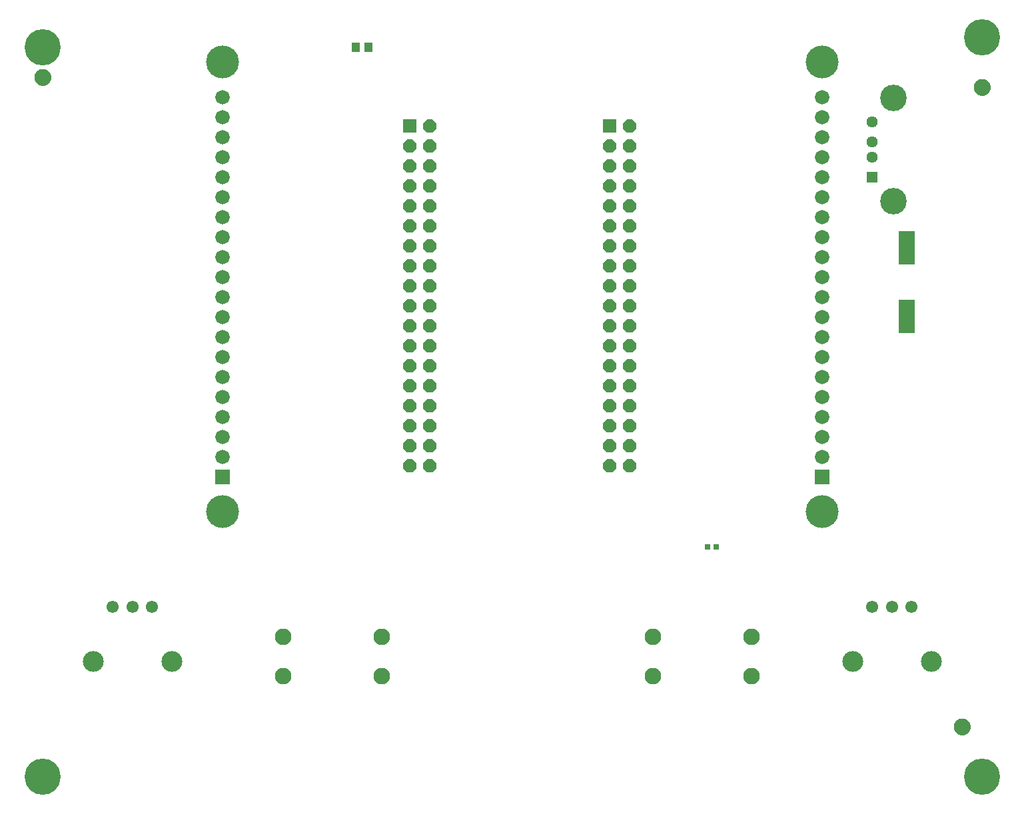
<source format=gbr>
G04 EAGLE Gerber RS-274X export*
G75*
%MOMM*%
%FSLAX34Y34*%
%LPD*%
%INSoldermask Top*%
%IPPOS*%
%AMOC8*
5,1,8,0,0,1.08239X$1,22.5*%
G01*
%ADD10R,1.676400X1.676400*%
%ADD11P,1.814519X8X292.500000*%
%ADD12R,1.440400X1.440400*%
%ADD13C,1.440400*%
%ADD14C,3.372400*%
%ADD15C,1.552400*%
%ADD16C,2.652400*%
%ADD17C,2.112400*%
%ADD18R,0.762000X0.660400*%
%ADD19R,1.828800X1.828800*%
%ADD20C,1.828800*%
%ADD21C,4.168400*%
%ADD22R,2.152400X4.252400*%
%ADD23C,4.597400*%
%ADD24R,1.102359X1.183641*%
%ADD25C,0.609600*%
%ADD26C,1.168400*%


D10*
X505200Y865460D03*
D11*
X530600Y865460D03*
X505200Y840060D03*
X530600Y840060D03*
X505200Y814660D03*
X530600Y814660D03*
X505200Y789260D03*
X530600Y789260D03*
X505200Y763860D03*
X530600Y763860D03*
X505200Y738460D03*
X530600Y738460D03*
X505200Y713060D03*
X530600Y713060D03*
X505200Y687660D03*
X530600Y687660D03*
X505200Y662260D03*
X530600Y662260D03*
X505200Y636860D03*
X530600Y636860D03*
X505200Y611460D03*
X530600Y611460D03*
X505200Y586060D03*
X530600Y586060D03*
X505200Y560660D03*
X530600Y560660D03*
X505200Y535260D03*
X530600Y535260D03*
X505200Y509860D03*
X530600Y509860D03*
X505200Y484460D03*
X530600Y484460D03*
X505200Y459060D03*
X530600Y459060D03*
X505200Y433660D03*
X530600Y433660D03*
D10*
X759200Y865460D03*
D11*
X784600Y865460D03*
X759200Y840060D03*
X784600Y840060D03*
X759200Y814660D03*
X784600Y814660D03*
X759200Y789260D03*
X784600Y789260D03*
X759200Y763860D03*
X784600Y763860D03*
X759200Y738460D03*
X784600Y738460D03*
X759200Y713060D03*
X784600Y713060D03*
X759200Y687660D03*
X784600Y687660D03*
X759200Y662260D03*
X784600Y662260D03*
X759200Y636860D03*
X784600Y636860D03*
X759200Y611460D03*
X784600Y611460D03*
X759200Y586060D03*
X784600Y586060D03*
X759200Y560660D03*
X784600Y560660D03*
X759200Y535260D03*
X784600Y535260D03*
X759200Y509860D03*
X784600Y509860D03*
X759200Y484460D03*
X784600Y484460D03*
X759200Y459060D03*
X784600Y459060D03*
X759200Y433660D03*
X784600Y433660D03*
D12*
X1092200Y800100D03*
D13*
X1092200Y825100D03*
X1092200Y845100D03*
X1092200Y870100D03*
D14*
X1119300Y769400D03*
X1119300Y900800D03*
D15*
X1142600Y254000D03*
X1117600Y254000D03*
X1092600Y254000D03*
D16*
X1167600Y184000D03*
X1067600Y184000D03*
D15*
X177400Y254000D03*
X152400Y254000D03*
X127400Y254000D03*
D16*
X202400Y184000D03*
X102400Y184000D03*
D17*
X938800Y215500D03*
X938800Y165500D03*
X813800Y165500D03*
X813800Y215500D03*
X468900Y215500D03*
X468900Y165500D03*
X343900Y165500D03*
X343900Y215500D03*
D18*
X883412Y330200D03*
X894588Y330200D03*
D19*
X266700Y419100D03*
D20*
X266700Y444500D03*
X266700Y469900D03*
X266700Y495300D03*
X266700Y520700D03*
X266700Y546100D03*
X266700Y571500D03*
X266700Y596900D03*
X266700Y622300D03*
X266700Y647700D03*
X266700Y673100D03*
X266700Y698500D03*
X266700Y723900D03*
X266700Y749300D03*
X266700Y774700D03*
X266700Y800100D03*
X266700Y825500D03*
X266700Y850900D03*
X266700Y876300D03*
X266700Y901700D03*
D19*
X1028700Y419100D03*
D20*
X1028700Y444500D03*
X1028700Y469900D03*
X1028700Y495300D03*
X1028700Y520700D03*
X1028700Y546100D03*
X1028700Y571500D03*
X1028700Y596900D03*
X1028700Y622300D03*
X1028700Y647700D03*
X1028700Y673100D03*
X1028700Y698500D03*
X1028700Y723900D03*
X1028700Y749300D03*
X1028700Y774700D03*
X1028700Y800100D03*
X1028700Y825500D03*
X1028700Y850900D03*
X1028700Y876300D03*
X1028700Y901700D03*
D21*
X1028700Y374650D03*
X1028700Y946150D03*
X266700Y374650D03*
X266700Y946150D03*
D22*
X1136650Y710250D03*
X1136650Y623250D03*
D23*
X1231900Y977900D03*
X1231900Y38100D03*
X38100Y38100D03*
X38100Y965200D03*
D24*
X436499Y965200D03*
X452501Y965200D03*
D25*
X30480Y927100D02*
X30482Y927287D01*
X30489Y927474D01*
X30501Y927661D01*
X30517Y927847D01*
X30537Y928033D01*
X30562Y928218D01*
X30592Y928403D01*
X30626Y928587D01*
X30665Y928770D01*
X30708Y928952D01*
X30756Y929132D01*
X30808Y929312D01*
X30865Y929490D01*
X30925Y929667D01*
X30991Y929842D01*
X31060Y930016D01*
X31134Y930188D01*
X31212Y930358D01*
X31294Y930526D01*
X31380Y930692D01*
X31470Y930856D01*
X31564Y931017D01*
X31662Y931177D01*
X31764Y931333D01*
X31870Y931488D01*
X31980Y931639D01*
X32093Y931788D01*
X32210Y931934D01*
X32330Y932077D01*
X32454Y932217D01*
X32581Y932354D01*
X32712Y932488D01*
X32846Y932619D01*
X32983Y932746D01*
X33123Y932870D01*
X33266Y932990D01*
X33412Y933107D01*
X33561Y933220D01*
X33712Y933330D01*
X33867Y933436D01*
X34023Y933538D01*
X34183Y933636D01*
X34344Y933730D01*
X34508Y933820D01*
X34674Y933906D01*
X34842Y933988D01*
X35012Y934066D01*
X35184Y934140D01*
X35358Y934209D01*
X35533Y934275D01*
X35710Y934335D01*
X35888Y934392D01*
X36068Y934444D01*
X36248Y934492D01*
X36430Y934535D01*
X36613Y934574D01*
X36797Y934608D01*
X36982Y934638D01*
X37167Y934663D01*
X37353Y934683D01*
X37539Y934699D01*
X37726Y934711D01*
X37913Y934718D01*
X38100Y934720D01*
X38287Y934718D01*
X38474Y934711D01*
X38661Y934699D01*
X38847Y934683D01*
X39033Y934663D01*
X39218Y934638D01*
X39403Y934608D01*
X39587Y934574D01*
X39770Y934535D01*
X39952Y934492D01*
X40132Y934444D01*
X40312Y934392D01*
X40490Y934335D01*
X40667Y934275D01*
X40842Y934209D01*
X41016Y934140D01*
X41188Y934066D01*
X41358Y933988D01*
X41526Y933906D01*
X41692Y933820D01*
X41856Y933730D01*
X42017Y933636D01*
X42177Y933538D01*
X42333Y933436D01*
X42488Y933330D01*
X42639Y933220D01*
X42788Y933107D01*
X42934Y932990D01*
X43077Y932870D01*
X43217Y932746D01*
X43354Y932619D01*
X43488Y932488D01*
X43619Y932354D01*
X43746Y932217D01*
X43870Y932077D01*
X43990Y931934D01*
X44107Y931788D01*
X44220Y931639D01*
X44330Y931488D01*
X44436Y931333D01*
X44538Y931177D01*
X44636Y931017D01*
X44730Y930856D01*
X44820Y930692D01*
X44906Y930526D01*
X44988Y930358D01*
X45066Y930188D01*
X45140Y930016D01*
X45209Y929842D01*
X45275Y929667D01*
X45335Y929490D01*
X45392Y929312D01*
X45444Y929132D01*
X45492Y928952D01*
X45535Y928770D01*
X45574Y928587D01*
X45608Y928403D01*
X45638Y928218D01*
X45663Y928033D01*
X45683Y927847D01*
X45699Y927661D01*
X45711Y927474D01*
X45718Y927287D01*
X45720Y927100D01*
X45718Y926913D01*
X45711Y926726D01*
X45699Y926539D01*
X45683Y926353D01*
X45663Y926167D01*
X45638Y925982D01*
X45608Y925797D01*
X45574Y925613D01*
X45535Y925430D01*
X45492Y925248D01*
X45444Y925068D01*
X45392Y924888D01*
X45335Y924710D01*
X45275Y924533D01*
X45209Y924358D01*
X45140Y924184D01*
X45066Y924012D01*
X44988Y923842D01*
X44906Y923674D01*
X44820Y923508D01*
X44730Y923344D01*
X44636Y923183D01*
X44538Y923023D01*
X44436Y922867D01*
X44330Y922712D01*
X44220Y922561D01*
X44107Y922412D01*
X43990Y922266D01*
X43870Y922123D01*
X43746Y921983D01*
X43619Y921846D01*
X43488Y921712D01*
X43354Y921581D01*
X43217Y921454D01*
X43077Y921330D01*
X42934Y921210D01*
X42788Y921093D01*
X42639Y920980D01*
X42488Y920870D01*
X42333Y920764D01*
X42177Y920662D01*
X42017Y920564D01*
X41856Y920470D01*
X41692Y920380D01*
X41526Y920294D01*
X41358Y920212D01*
X41188Y920134D01*
X41016Y920060D01*
X40842Y919991D01*
X40667Y919925D01*
X40490Y919865D01*
X40312Y919808D01*
X40132Y919756D01*
X39952Y919708D01*
X39770Y919665D01*
X39587Y919626D01*
X39403Y919592D01*
X39218Y919562D01*
X39033Y919537D01*
X38847Y919517D01*
X38661Y919501D01*
X38474Y919489D01*
X38287Y919482D01*
X38100Y919480D01*
X37913Y919482D01*
X37726Y919489D01*
X37539Y919501D01*
X37353Y919517D01*
X37167Y919537D01*
X36982Y919562D01*
X36797Y919592D01*
X36613Y919626D01*
X36430Y919665D01*
X36248Y919708D01*
X36068Y919756D01*
X35888Y919808D01*
X35710Y919865D01*
X35533Y919925D01*
X35358Y919991D01*
X35184Y920060D01*
X35012Y920134D01*
X34842Y920212D01*
X34674Y920294D01*
X34508Y920380D01*
X34344Y920470D01*
X34183Y920564D01*
X34023Y920662D01*
X33867Y920764D01*
X33712Y920870D01*
X33561Y920980D01*
X33412Y921093D01*
X33266Y921210D01*
X33123Y921330D01*
X32983Y921454D01*
X32846Y921581D01*
X32712Y921712D01*
X32581Y921846D01*
X32454Y921983D01*
X32330Y922123D01*
X32210Y922266D01*
X32093Y922412D01*
X31980Y922561D01*
X31870Y922712D01*
X31764Y922867D01*
X31662Y923023D01*
X31564Y923183D01*
X31470Y923344D01*
X31380Y923508D01*
X31294Y923674D01*
X31212Y923842D01*
X31134Y924012D01*
X31060Y924184D01*
X30991Y924358D01*
X30925Y924533D01*
X30865Y924710D01*
X30808Y924888D01*
X30756Y925068D01*
X30708Y925248D01*
X30665Y925430D01*
X30626Y925613D01*
X30592Y925797D01*
X30562Y925982D01*
X30537Y926167D01*
X30517Y926353D01*
X30501Y926539D01*
X30489Y926726D01*
X30482Y926913D01*
X30480Y927100D01*
D26*
X38100Y927100D03*
D25*
X1224280Y914400D02*
X1224282Y914587D01*
X1224289Y914774D01*
X1224301Y914961D01*
X1224317Y915147D01*
X1224337Y915333D01*
X1224362Y915518D01*
X1224392Y915703D01*
X1224426Y915887D01*
X1224465Y916070D01*
X1224508Y916252D01*
X1224556Y916432D01*
X1224608Y916612D01*
X1224665Y916790D01*
X1224725Y916967D01*
X1224791Y917142D01*
X1224860Y917316D01*
X1224934Y917488D01*
X1225012Y917658D01*
X1225094Y917826D01*
X1225180Y917992D01*
X1225270Y918156D01*
X1225364Y918317D01*
X1225462Y918477D01*
X1225564Y918633D01*
X1225670Y918788D01*
X1225780Y918939D01*
X1225893Y919088D01*
X1226010Y919234D01*
X1226130Y919377D01*
X1226254Y919517D01*
X1226381Y919654D01*
X1226512Y919788D01*
X1226646Y919919D01*
X1226783Y920046D01*
X1226923Y920170D01*
X1227066Y920290D01*
X1227212Y920407D01*
X1227361Y920520D01*
X1227512Y920630D01*
X1227667Y920736D01*
X1227823Y920838D01*
X1227983Y920936D01*
X1228144Y921030D01*
X1228308Y921120D01*
X1228474Y921206D01*
X1228642Y921288D01*
X1228812Y921366D01*
X1228984Y921440D01*
X1229158Y921509D01*
X1229333Y921575D01*
X1229510Y921635D01*
X1229688Y921692D01*
X1229868Y921744D01*
X1230048Y921792D01*
X1230230Y921835D01*
X1230413Y921874D01*
X1230597Y921908D01*
X1230782Y921938D01*
X1230967Y921963D01*
X1231153Y921983D01*
X1231339Y921999D01*
X1231526Y922011D01*
X1231713Y922018D01*
X1231900Y922020D01*
X1232087Y922018D01*
X1232274Y922011D01*
X1232461Y921999D01*
X1232647Y921983D01*
X1232833Y921963D01*
X1233018Y921938D01*
X1233203Y921908D01*
X1233387Y921874D01*
X1233570Y921835D01*
X1233752Y921792D01*
X1233932Y921744D01*
X1234112Y921692D01*
X1234290Y921635D01*
X1234467Y921575D01*
X1234642Y921509D01*
X1234816Y921440D01*
X1234988Y921366D01*
X1235158Y921288D01*
X1235326Y921206D01*
X1235492Y921120D01*
X1235656Y921030D01*
X1235817Y920936D01*
X1235977Y920838D01*
X1236133Y920736D01*
X1236288Y920630D01*
X1236439Y920520D01*
X1236588Y920407D01*
X1236734Y920290D01*
X1236877Y920170D01*
X1237017Y920046D01*
X1237154Y919919D01*
X1237288Y919788D01*
X1237419Y919654D01*
X1237546Y919517D01*
X1237670Y919377D01*
X1237790Y919234D01*
X1237907Y919088D01*
X1238020Y918939D01*
X1238130Y918788D01*
X1238236Y918633D01*
X1238338Y918477D01*
X1238436Y918317D01*
X1238530Y918156D01*
X1238620Y917992D01*
X1238706Y917826D01*
X1238788Y917658D01*
X1238866Y917488D01*
X1238940Y917316D01*
X1239009Y917142D01*
X1239075Y916967D01*
X1239135Y916790D01*
X1239192Y916612D01*
X1239244Y916432D01*
X1239292Y916252D01*
X1239335Y916070D01*
X1239374Y915887D01*
X1239408Y915703D01*
X1239438Y915518D01*
X1239463Y915333D01*
X1239483Y915147D01*
X1239499Y914961D01*
X1239511Y914774D01*
X1239518Y914587D01*
X1239520Y914400D01*
X1239518Y914213D01*
X1239511Y914026D01*
X1239499Y913839D01*
X1239483Y913653D01*
X1239463Y913467D01*
X1239438Y913282D01*
X1239408Y913097D01*
X1239374Y912913D01*
X1239335Y912730D01*
X1239292Y912548D01*
X1239244Y912368D01*
X1239192Y912188D01*
X1239135Y912010D01*
X1239075Y911833D01*
X1239009Y911658D01*
X1238940Y911484D01*
X1238866Y911312D01*
X1238788Y911142D01*
X1238706Y910974D01*
X1238620Y910808D01*
X1238530Y910644D01*
X1238436Y910483D01*
X1238338Y910323D01*
X1238236Y910167D01*
X1238130Y910012D01*
X1238020Y909861D01*
X1237907Y909712D01*
X1237790Y909566D01*
X1237670Y909423D01*
X1237546Y909283D01*
X1237419Y909146D01*
X1237288Y909012D01*
X1237154Y908881D01*
X1237017Y908754D01*
X1236877Y908630D01*
X1236734Y908510D01*
X1236588Y908393D01*
X1236439Y908280D01*
X1236288Y908170D01*
X1236133Y908064D01*
X1235977Y907962D01*
X1235817Y907864D01*
X1235656Y907770D01*
X1235492Y907680D01*
X1235326Y907594D01*
X1235158Y907512D01*
X1234988Y907434D01*
X1234816Y907360D01*
X1234642Y907291D01*
X1234467Y907225D01*
X1234290Y907165D01*
X1234112Y907108D01*
X1233932Y907056D01*
X1233752Y907008D01*
X1233570Y906965D01*
X1233387Y906926D01*
X1233203Y906892D01*
X1233018Y906862D01*
X1232833Y906837D01*
X1232647Y906817D01*
X1232461Y906801D01*
X1232274Y906789D01*
X1232087Y906782D01*
X1231900Y906780D01*
X1231713Y906782D01*
X1231526Y906789D01*
X1231339Y906801D01*
X1231153Y906817D01*
X1230967Y906837D01*
X1230782Y906862D01*
X1230597Y906892D01*
X1230413Y906926D01*
X1230230Y906965D01*
X1230048Y907008D01*
X1229868Y907056D01*
X1229688Y907108D01*
X1229510Y907165D01*
X1229333Y907225D01*
X1229158Y907291D01*
X1228984Y907360D01*
X1228812Y907434D01*
X1228642Y907512D01*
X1228474Y907594D01*
X1228308Y907680D01*
X1228144Y907770D01*
X1227983Y907864D01*
X1227823Y907962D01*
X1227667Y908064D01*
X1227512Y908170D01*
X1227361Y908280D01*
X1227212Y908393D01*
X1227066Y908510D01*
X1226923Y908630D01*
X1226783Y908754D01*
X1226646Y908881D01*
X1226512Y909012D01*
X1226381Y909146D01*
X1226254Y909283D01*
X1226130Y909423D01*
X1226010Y909566D01*
X1225893Y909712D01*
X1225780Y909861D01*
X1225670Y910012D01*
X1225564Y910167D01*
X1225462Y910323D01*
X1225364Y910483D01*
X1225270Y910644D01*
X1225180Y910808D01*
X1225094Y910974D01*
X1225012Y911142D01*
X1224934Y911312D01*
X1224860Y911484D01*
X1224791Y911658D01*
X1224725Y911833D01*
X1224665Y912010D01*
X1224608Y912188D01*
X1224556Y912368D01*
X1224508Y912548D01*
X1224465Y912730D01*
X1224426Y912913D01*
X1224392Y913097D01*
X1224362Y913282D01*
X1224337Y913467D01*
X1224317Y913653D01*
X1224301Y913839D01*
X1224289Y914026D01*
X1224282Y914213D01*
X1224280Y914400D01*
D26*
X1231900Y914400D03*
D25*
X1198880Y101600D02*
X1198882Y101787D01*
X1198889Y101974D01*
X1198901Y102161D01*
X1198917Y102347D01*
X1198937Y102533D01*
X1198962Y102718D01*
X1198992Y102903D01*
X1199026Y103087D01*
X1199065Y103270D01*
X1199108Y103452D01*
X1199156Y103632D01*
X1199208Y103812D01*
X1199265Y103990D01*
X1199325Y104167D01*
X1199391Y104342D01*
X1199460Y104516D01*
X1199534Y104688D01*
X1199612Y104858D01*
X1199694Y105026D01*
X1199780Y105192D01*
X1199870Y105356D01*
X1199964Y105517D01*
X1200062Y105677D01*
X1200164Y105833D01*
X1200270Y105988D01*
X1200380Y106139D01*
X1200493Y106288D01*
X1200610Y106434D01*
X1200730Y106577D01*
X1200854Y106717D01*
X1200981Y106854D01*
X1201112Y106988D01*
X1201246Y107119D01*
X1201383Y107246D01*
X1201523Y107370D01*
X1201666Y107490D01*
X1201812Y107607D01*
X1201961Y107720D01*
X1202112Y107830D01*
X1202267Y107936D01*
X1202423Y108038D01*
X1202583Y108136D01*
X1202744Y108230D01*
X1202908Y108320D01*
X1203074Y108406D01*
X1203242Y108488D01*
X1203412Y108566D01*
X1203584Y108640D01*
X1203758Y108709D01*
X1203933Y108775D01*
X1204110Y108835D01*
X1204288Y108892D01*
X1204468Y108944D01*
X1204648Y108992D01*
X1204830Y109035D01*
X1205013Y109074D01*
X1205197Y109108D01*
X1205382Y109138D01*
X1205567Y109163D01*
X1205753Y109183D01*
X1205939Y109199D01*
X1206126Y109211D01*
X1206313Y109218D01*
X1206500Y109220D01*
X1206687Y109218D01*
X1206874Y109211D01*
X1207061Y109199D01*
X1207247Y109183D01*
X1207433Y109163D01*
X1207618Y109138D01*
X1207803Y109108D01*
X1207987Y109074D01*
X1208170Y109035D01*
X1208352Y108992D01*
X1208532Y108944D01*
X1208712Y108892D01*
X1208890Y108835D01*
X1209067Y108775D01*
X1209242Y108709D01*
X1209416Y108640D01*
X1209588Y108566D01*
X1209758Y108488D01*
X1209926Y108406D01*
X1210092Y108320D01*
X1210256Y108230D01*
X1210417Y108136D01*
X1210577Y108038D01*
X1210733Y107936D01*
X1210888Y107830D01*
X1211039Y107720D01*
X1211188Y107607D01*
X1211334Y107490D01*
X1211477Y107370D01*
X1211617Y107246D01*
X1211754Y107119D01*
X1211888Y106988D01*
X1212019Y106854D01*
X1212146Y106717D01*
X1212270Y106577D01*
X1212390Y106434D01*
X1212507Y106288D01*
X1212620Y106139D01*
X1212730Y105988D01*
X1212836Y105833D01*
X1212938Y105677D01*
X1213036Y105517D01*
X1213130Y105356D01*
X1213220Y105192D01*
X1213306Y105026D01*
X1213388Y104858D01*
X1213466Y104688D01*
X1213540Y104516D01*
X1213609Y104342D01*
X1213675Y104167D01*
X1213735Y103990D01*
X1213792Y103812D01*
X1213844Y103632D01*
X1213892Y103452D01*
X1213935Y103270D01*
X1213974Y103087D01*
X1214008Y102903D01*
X1214038Y102718D01*
X1214063Y102533D01*
X1214083Y102347D01*
X1214099Y102161D01*
X1214111Y101974D01*
X1214118Y101787D01*
X1214120Y101600D01*
X1214118Y101413D01*
X1214111Y101226D01*
X1214099Y101039D01*
X1214083Y100853D01*
X1214063Y100667D01*
X1214038Y100482D01*
X1214008Y100297D01*
X1213974Y100113D01*
X1213935Y99930D01*
X1213892Y99748D01*
X1213844Y99568D01*
X1213792Y99388D01*
X1213735Y99210D01*
X1213675Y99033D01*
X1213609Y98858D01*
X1213540Y98684D01*
X1213466Y98512D01*
X1213388Y98342D01*
X1213306Y98174D01*
X1213220Y98008D01*
X1213130Y97844D01*
X1213036Y97683D01*
X1212938Y97523D01*
X1212836Y97367D01*
X1212730Y97212D01*
X1212620Y97061D01*
X1212507Y96912D01*
X1212390Y96766D01*
X1212270Y96623D01*
X1212146Y96483D01*
X1212019Y96346D01*
X1211888Y96212D01*
X1211754Y96081D01*
X1211617Y95954D01*
X1211477Y95830D01*
X1211334Y95710D01*
X1211188Y95593D01*
X1211039Y95480D01*
X1210888Y95370D01*
X1210733Y95264D01*
X1210577Y95162D01*
X1210417Y95064D01*
X1210256Y94970D01*
X1210092Y94880D01*
X1209926Y94794D01*
X1209758Y94712D01*
X1209588Y94634D01*
X1209416Y94560D01*
X1209242Y94491D01*
X1209067Y94425D01*
X1208890Y94365D01*
X1208712Y94308D01*
X1208532Y94256D01*
X1208352Y94208D01*
X1208170Y94165D01*
X1207987Y94126D01*
X1207803Y94092D01*
X1207618Y94062D01*
X1207433Y94037D01*
X1207247Y94017D01*
X1207061Y94001D01*
X1206874Y93989D01*
X1206687Y93982D01*
X1206500Y93980D01*
X1206313Y93982D01*
X1206126Y93989D01*
X1205939Y94001D01*
X1205753Y94017D01*
X1205567Y94037D01*
X1205382Y94062D01*
X1205197Y94092D01*
X1205013Y94126D01*
X1204830Y94165D01*
X1204648Y94208D01*
X1204468Y94256D01*
X1204288Y94308D01*
X1204110Y94365D01*
X1203933Y94425D01*
X1203758Y94491D01*
X1203584Y94560D01*
X1203412Y94634D01*
X1203242Y94712D01*
X1203074Y94794D01*
X1202908Y94880D01*
X1202744Y94970D01*
X1202583Y95064D01*
X1202423Y95162D01*
X1202267Y95264D01*
X1202112Y95370D01*
X1201961Y95480D01*
X1201812Y95593D01*
X1201666Y95710D01*
X1201523Y95830D01*
X1201383Y95954D01*
X1201246Y96081D01*
X1201112Y96212D01*
X1200981Y96346D01*
X1200854Y96483D01*
X1200730Y96623D01*
X1200610Y96766D01*
X1200493Y96912D01*
X1200380Y97061D01*
X1200270Y97212D01*
X1200164Y97367D01*
X1200062Y97523D01*
X1199964Y97683D01*
X1199870Y97844D01*
X1199780Y98008D01*
X1199694Y98174D01*
X1199612Y98342D01*
X1199534Y98512D01*
X1199460Y98684D01*
X1199391Y98858D01*
X1199325Y99033D01*
X1199265Y99210D01*
X1199208Y99388D01*
X1199156Y99568D01*
X1199108Y99748D01*
X1199065Y99930D01*
X1199026Y100113D01*
X1198992Y100297D01*
X1198962Y100482D01*
X1198937Y100667D01*
X1198917Y100853D01*
X1198901Y101039D01*
X1198889Y101226D01*
X1198882Y101413D01*
X1198880Y101600D01*
D26*
X1206500Y101600D03*
M02*

</source>
